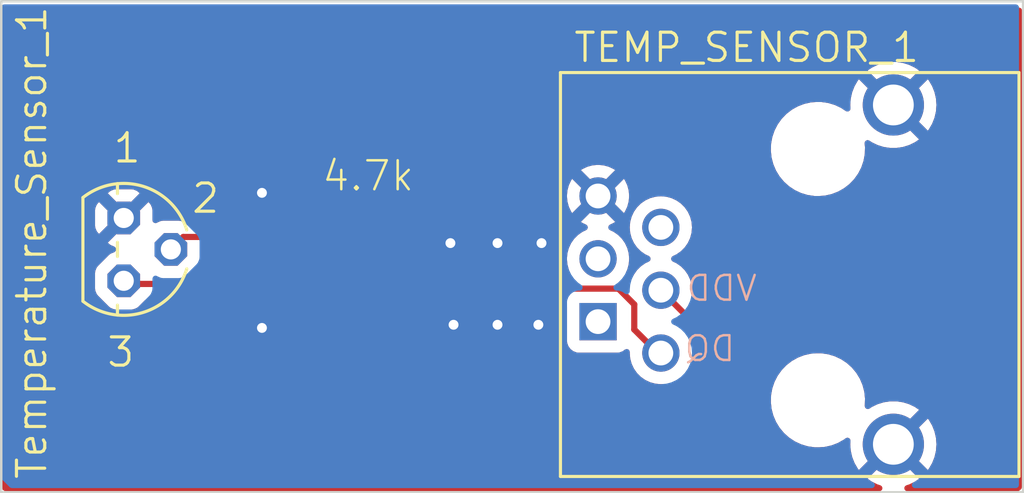
<source format=kicad_pcb>
(kicad_pcb (version 20221018) (generator pcbnew)
  (layers (0 "F.Cu" signal) (31 "B.Cu" signal) (34 "B.Paste" user) (35 "F.Paste" user) (36 "B.SilkS" user "B.Silkscreen") (37 "F.SilkS" user "F.Silkscreen") (38 "B.Mask" user) (39 "F.Mask" user) (44 "Edge.Cuts" user))
  (net 0 "")
  (net 1 "/DQ")
  (net 2 "/VDD")
  (net 5 "/GND")
  (footprint "AutoLoadbankFootprint:1734723-1_RJ11" (layer "F.Cu") (at 143.891 82.931 90)
    (fp_text reference "J1" hide)
    (fp_text value "6P6C" hide)
    (fp_line (start -8.8 -4.06) (end -8.8 14.48) (stroke (width 0.127)) (layer "F.SilkS"))
    (fp_line (start -8.8 -4.06) (end 7.53 -4.06) (stroke (width 0.127)) (layer "F.SilkS"))
    (fp_line (start -8.8 14.48) (end 7.53 14.48) (stroke (width 0.127)) (layer "F.SilkS"))
    (fp_line (start 7.53 -4.06) (end 7.53 14.48) (stroke (width 0.127)) (layer "F.SilkS"))
    (pad "" np_thru_hole circle (at -5.72 6.35 90) (size 3.3 3.3) (drill 3.3) (layers "*.Cu" "*.Mask"))
    (pad "" np_thru_hole circle (at 4.44 6.35 90) (size 3.3 3.3) (drill 3.3) (layers "*.Cu" "*.Mask"))
    (pad "1" thru_hole rect (at -2.54 -2.54 90) (size 1.508 1.508) (drill 1) (layers "*.Cu" "*.Mask"))
    (pad "2" thru_hole circle (at 0 -2.54 90) (size 1.508 1.508) (drill 1) (layers "*.Cu" "*.Mask"))
    (pad "3" thru_hole circle (at 2.54 -2.54 90) (size 1.508 1.508) (drill 1) (layers "*.Cu" "*.Mask") (net 5 "/GND"))
    (pad "4" thru_hole circle (at -3.81 0 90) (size 1.508 1.508) (drill 1) (layers "*.Cu" "*.Mask") (net 1 "/DQ"))
    (pad "5" thru_hole circle (at -1.27 0 90) (size 1.508 1.508) (drill 1) (layers "*.Cu" "*.Mask") (net 2 "/VDD"))
    (pad "6" thru_hole circle (at 1.27 0 90) (size 1.508 1.508) (drill 1) (layers "*.Cu" "*.Mask"))
    (pad "SH1" thru_hole circle (at -7.5 9.4 90) (size 2.475 2.475) (drill 1.65) (layers "*.Cu" "*.Mask") (net 5 "/GND"))
    (pad "SH2" thru_hole circle (at 6.22 9.4 90) (size 2.475 2.475) (drill 1.65) (layers "*.Cu" "*.Mask") (net 5 "/GND"))
  )
  (footprint "AutoLoadbankFootprint:TO92-3" (layer "F.Cu") (at 122.174 82.55 -90)
    (fp_text reference "U$1" hide)
    (fp_text value "Temperature_Sensor_1" (at -9.906 3.048 90) (layer "F.SilkS") (effects (font (size 1.143 1.143) (thickness 0.127)) (justify right bottom)))
    (fp_text user "2" (at -1.397 -3.937 180) (layer "F.SilkS") (effects (font (size 1.143 1.143) (thickness 0.127)) (justify right bottom)))
    (fp_text user "1" (at -3.429 -0.762 180) (layer "F.SilkS") (effects (font (size 1.143 1.143) (thickness 0.127)) (justify right bottom)))
    (fp_text user "3" (at 4.826 -0.508 180) (layer "F.SilkS") (effects (font (size 1.143 1.143) (thickness 0.127)) (justify right bottom)))
    (fp_line (start -2.6549 0.254) (end -2.2537 0.254) (stroke (width 0.127)) (layer "F.SilkS"))
    (fp_line (start -2.0945 1.651) (end 2.0945 1.651) (stroke (width 0.127)) (layer "F.SilkS"))
    (fp_line (start -0.2863 0.254) (end 0.2863 0.254) (stroke (width 0.127)) (layer "F.SilkS"))
    (fp_line (start 2.2537 0.254) (end 2.6549 0.254) (stroke (width 0.127)) (layer "F.SilkS"))
    (fp_arc (start -2.6549 0.254) (mid -2.219001 -1.479566) (end -0.786299 -2.548501) (stroke (width 0.127)) (layer "F.SilkS"))
    (fp_arc (start -2.0946 1.651) (mid -2.475347 0.992847) (end -2.654901 0.254) (stroke (width 0.127)) (layer "F.SilkS"))
    (fp_arc (start 0.7863 -2.5484) (mid 2.546274 -0.793203) (end 2.094499 1.651) (stroke (width 0.127)) (layer "F.SilkS"))
    (pad "1" thru_hole roundrect (at -1.27 0 270) (size 1.3208 1.3208) (drill 0.8128) (layers "*.Cu" "*.Mask") (chamfer_ratio 0.2928932188) (chamfer top_left top_right bottom_left bottom_right) (net 5 "/GND"))
    (pad "2" thru_hole roundrect (at 0 -1.905 270) (size 1.3208 1.3208) (drill 0.8128) (layers "*.Cu" "*.Mask") (chamfer_ratio 0.2928932188) (chamfer top_left top_right bottom_left bottom_right) (net 1 "/DQ"))
    (pad "3" thru_hole roundrect (at 1.27 0 270) (size 1.3208 1.3208) (drill 0.8128) (layers "*.Cu" "*.Mask") (chamfer_ratio 0.2928932188) (chamfer top_left top_right bottom_left bottom_right) (net 2 "/VDD"))
  )
  (footprint "AutoLoadbankFootprint:R0805" (layer "F.Cu") (at 132.207 82.997 -90)
    (fp_text reference "4.7k" (at -2.733 -1.778 180) (layer "F.SilkS") (effects (font (size 1.1684 1.1684) (thickness 0.1016)) (justify right bottom)))
    (fp_text value "R" hide)
    (pad "1" smd rect (at -0.95 0 270) (size 1.3 1.5) (layers "F.Cu" "F.Paste" "F.Mask") (net 1 "/DQ"))
    (pad "2" smd rect (at 0.95 0 270) (size 1.3 1.5) (layers "F.Cu" "F.Paste" "F.Mask") (net 2 "/VDD"))
  )
  (gr_rect (start 117.221 72.517) (end 158.536646 92.369646) (stroke (width 0.1)) (fill none) (layer "Edge.Cuts"))
  (gr_text "VDD" (at 144.8562 84.709) (layer "B.SilkS") (effects (font (size 1 1) (thickness 0.1)) (justify right bottom mirror)))
  (gr_text "DQ\n" (at 146.9644 87.1474) (layer "B.SilkS") (effects (font (size 1 1) (thickness 0.1)) (justify left bottom mirror)))
  (gr_text "TEMP_SENSOR_1" (at 154.4066 75.057) (layer "F.SilkS") (effects (font (size 1.143 1.143) (thickness 0.127)) (justify right bottom)))
  (segment (start 134.297 84.137) (end 132.207 82.047) (width 0.25) (layer "F.Cu") (net 1))
  (segment (start 124.582 82.047) (end 124.079 82.55) (width 0.25) (layer "F.Cu") (net 1))
  (segment (start 143.894 86.868) (end 142.815 85.789) (width 0.25) (layer "F.Cu") (net 1))
  (segment (start 142.176 84.137) (end 134.297 84.137) (width 0.25) (layer "F.Cu") (net 1))
  (segment (start 142.815 85.789) (end 142.815 84.776) (width 0.25) (layer "F.Cu") (net 1))
  (segment (start 142.815 84.776) (end 142.176 84.137) (width 0.25) (layer "F.Cu") (net 1))
  (segment (start 132.207 82.047) (end 124.582 82.047) (width 0.25) (layer "F.Cu") (net 1))
  (segment (start 137.414 89.154) (end 132.207 83.947) (width 0.25) (layer "F.Cu") (net 2))
  (segment (start 145.542 87.63) (end 144.018 89.154) (width 0.25) (layer "F.Cu") (net 2))
  (segment (start 145.542 85.852) (end 145.542 87.63) (width 0.25) (layer "F.Cu") (net 2))
  (segment (start 132.207 83.947) (end 122.301 83.947) (width 0.25) (layer "F.Cu") (net 2))
  (segment (start 143.891 84.201) (end 145.542 85.852) (width 0.25) (layer "F.Cu") (net 2))
  (segment (start 144.018 89.154) (end 137.414 89.154) (width 0.25) (layer "F.Cu") (net 2))
  (segment (start 122.301 83.947) (end 122.174 83.82) (width 0.25) (layer "F.Cu") (net 2))
  (via (at 139.065 82.296) (size 0.8) (drill 0.4) (layers "F.Cu" "B.Cu") (net 5))
  (via (at 137.287 82.296) (size 0.8) (drill 0.4) (layers "F.Cu" "B.Cu") (net 5))
  (via (at 127.762 85.725) (size 0.8) (drill 0.4) (layers "F.Cu" "B.Cu") (net 5))
  (via (at 137.287 85.598) (size 0.8) (drill 0.4) (layers "F.Cu" "B.Cu") (net 5))
  (via (at 138.938 85.598) (size 0.8) (drill 0.4) (layers "F.Cu" "B.Cu") (net 5))
  (via (at 127.762 80.264) (size 0.8) (drill 0.4) (layers "F.Cu" "B.Cu") (net 5))
  (via (at 135.382 82.296) (size 0.8) (drill 0.4) (layers "F.Cu" "B.Cu") (net 5))
  (via (at 135.509 85.598) (size 0.8) (drill 0.4) (layers "F.Cu" "B.Cu") (net 5))
  (zone (net 5) (net_name "/GND") (layer "F.Cu") (connect_pads (clearance 0.5)) (min_thickness 0.25) (fill yes (thermal_gap 0.5) (thermal_bridge_width 0.5))
    (polygon (pts (xy 117.348 72.771) (xy 158.496 72.771) (xy 158.496 92.202) (xy 158.369 92.329) (xy 117.348 92.329) (xy 117.221 92.202) (xy 117.221 72.898)))
  )
  (zone (net 5) (net_name "/GND") (layer "B.Cu") (priority 1) (connect_pads (clearance 0.5)) (min_thickness 0.25) (fill yes (thermal_gap 0.5) (thermal_bridge_width 0.5))
    (polygon (pts (xy 117.221 72.644) (xy 158.369 72.644) (xy 158.369 92.202) (xy 117.602 92.202) (xy 117.221 91.821)))
  )
)
</source>
